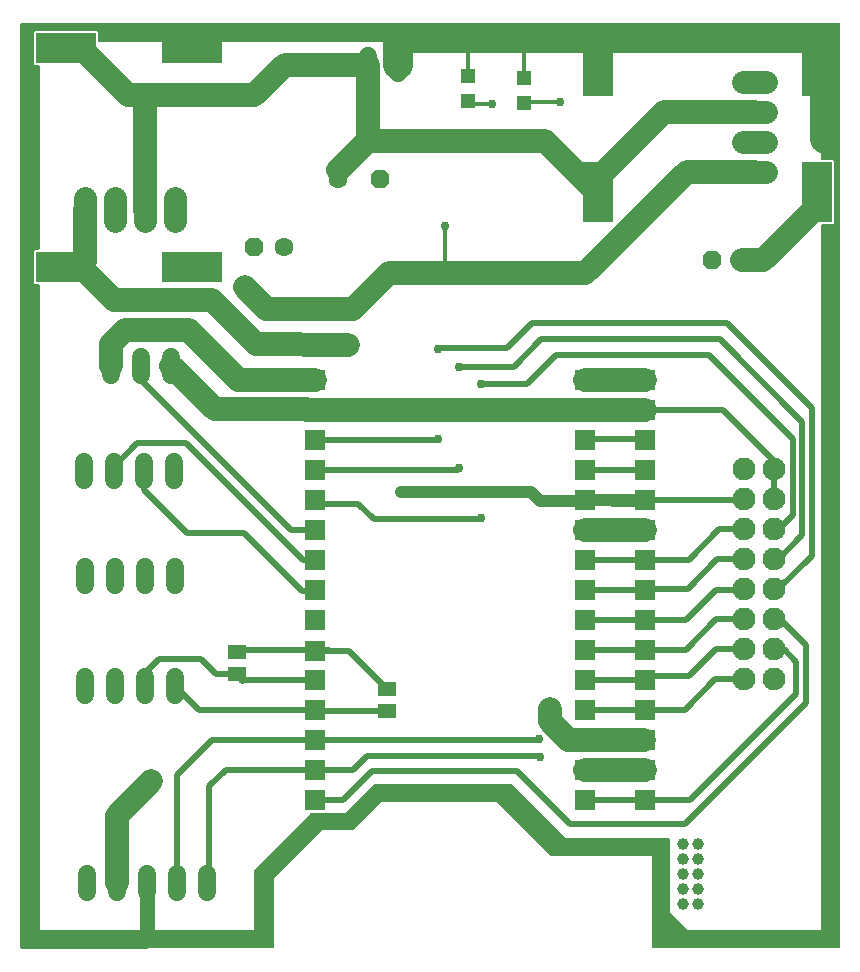
<source format=gbr>
G04 EAGLE Gerber RS-274X export*
G75*
%MOMM*%
%FSLAX36Y36*%
%LPD*%
%INTop Copper*%
%IPPOS*%
%AMOC8*
5,1,8,0,0,1.08239X$1,22.5*%
G01*
%ADD10R,1.778000X1.778000*%
%ADD11C,1.500000*%
%ADD12R,1.500000X1.300000*%
%ADD13R,2.540000X2.540000*%
%ADD14C,1.930400*%
%ADD15C,1.000000*%
%ADD16C,1.930400*%
%ADD17P,1.732040X8X202.500000*%
%ADD18C,1.600200*%
%ADD19P,1.732040X8X22.500000*%
%ADD20R,1.200000X1.200000*%
%ADD21C,2.000000*%
%ADD22C,1.016000*%
%ADD23C,0.508000*%
%ADD24C,2.540000*%
%ADD25C,0.750000*%
%ADD26C,1.270000*%
%ADD27C,0.304800*%
%ADD28C,1.200000*%

G36*
X21653109Y330928D02*
X21653109Y330928D01*
X21654994Y331241D01*
X21656891Y331028D01*
X21667100Y333238D01*
X21677391Y334938D01*
X21679072Y335831D01*
X21680941Y336234D01*
X21689925Y341591D01*
X21699125Y346475D01*
X21700434Y347859D01*
X21702078Y348838D01*
X21708884Y356775D01*
X21716050Y364338D01*
X21716850Y366066D01*
X21718097Y367519D01*
X21722019Y377216D01*
X21726400Y386666D01*
X21726609Y388559D01*
X21727325Y390331D01*
X21729200Y407128D01*
X21729200Y6321041D01*
X25808956Y10400797D01*
X28477394Y10400797D01*
X28486353Y10402263D01*
X28495416Y10402959D01*
X28498441Y10404241D01*
X28501681Y10404772D01*
X28509709Y10409019D01*
X28518075Y10412566D01*
X28521328Y10415166D01*
X28523431Y10416278D01*
X28525678Y10418644D01*
X28531275Y10423116D01*
X30863300Y12755141D01*
X40596697Y12755141D01*
X45178722Y8173116D01*
X45186094Y8167819D01*
X45192994Y8161900D01*
X45196038Y8160669D01*
X45198703Y8158753D01*
X45207391Y8156075D01*
X45215806Y8152672D01*
X45219934Y8152213D01*
X45222222Y8151506D01*
X45225500Y8151591D01*
X45232603Y8150797D01*
X53751041Y8150797D01*
X53780797Y8121041D01*
X53780797Y453134D01*
X53781125Y451138D01*
X53780903Y449138D01*
X53783103Y439047D01*
X53784772Y428847D01*
X53785713Y427066D01*
X53786144Y425094D01*
X53791453Y416219D01*
X53796278Y407097D01*
X53797741Y405706D01*
X53798778Y403972D01*
X53806625Y397263D01*
X53814116Y390144D01*
X53815950Y389291D01*
X53817481Y387981D01*
X53827053Y384125D01*
X53836428Y379763D01*
X53838434Y379538D01*
X53840306Y378784D01*
X53857106Y376934D01*
X69623909Y399459D01*
X69625794Y399772D01*
X69627691Y399559D01*
X69637900Y401769D01*
X69648191Y403469D01*
X69649872Y404363D01*
X69651741Y404766D01*
X69660725Y410122D01*
X69669925Y415006D01*
X69671234Y416391D01*
X69672878Y417369D01*
X69679684Y425306D01*
X69686850Y432869D01*
X69687650Y434597D01*
X69688897Y436050D01*
X69692819Y445747D01*
X69697200Y455197D01*
X69697409Y457091D01*
X69698125Y458863D01*
X69700000Y475659D01*
X69700000Y78623800D01*
X69699681Y78625741D01*
X69699900Y78627691D01*
X69697700Y78637853D01*
X69696025Y78648088D01*
X69695109Y78649816D01*
X69694694Y78651741D01*
X69689359Y78660688D01*
X69684519Y78669838D01*
X69683100Y78671188D01*
X69682091Y78672878D01*
X69674206Y78679641D01*
X69666681Y78686791D01*
X69664897Y78687619D01*
X69663409Y78688897D01*
X69653797Y78692784D01*
X69644369Y78697172D01*
X69642416Y78697391D01*
X69640597Y78698125D01*
X69623800Y78700000D01*
X376197Y78700000D01*
X374256Y78699681D01*
X372306Y78699900D01*
X362144Y78697700D01*
X351909Y78696025D01*
X350181Y78695109D01*
X348256Y78694694D01*
X339309Y78689359D01*
X330159Y78684519D01*
X328809Y78683100D01*
X327119Y78682091D01*
X320356Y78674206D01*
X313206Y78666681D01*
X312378Y78664897D01*
X311100Y78663409D01*
X307213Y78653797D01*
X302825Y78644369D01*
X302606Y78642416D01*
X301872Y78640597D01*
X299997Y78623800D01*
X299997Y376734D01*
X300325Y374738D01*
X300103Y372738D01*
X302303Y362647D01*
X303972Y352447D01*
X304913Y350666D01*
X305344Y348694D01*
X310653Y339819D01*
X315478Y330697D01*
X316941Y329306D01*
X317978Y327572D01*
X325825Y320863D01*
X333316Y313744D01*
X335150Y312891D01*
X336681Y311581D01*
X346253Y307725D01*
X355628Y303363D01*
X357634Y303138D01*
X359506Y302384D01*
X376306Y300534D01*
X21653109Y330928D01*
G37*
%LPC*%
G36*
X1968434Y1923800D02*
X1968434Y1923800D01*
X1923800Y1968434D01*
X1923800Y56493800D01*
X1923481Y56495741D01*
X1923700Y56497691D01*
X1921500Y56507853D01*
X1919825Y56518088D01*
X1918909Y56519816D01*
X1918494Y56521741D01*
X1913159Y56530688D01*
X1908319Y56539838D01*
X1906900Y56541188D01*
X1905891Y56542878D01*
X1898006Y56549641D01*
X1890481Y56556791D01*
X1888697Y56557619D01*
X1887209Y56558897D01*
X1877597Y56562784D01*
X1868169Y56567172D01*
X1866216Y56567391D01*
X1864397Y56568125D01*
X1847600Y56570000D01*
X1535156Y56570000D01*
X1418000Y56687156D01*
X1418000Y59392841D01*
X1535156Y59509997D01*
X1847600Y59509997D01*
X1849541Y59510316D01*
X1851491Y59510097D01*
X1861653Y59512297D01*
X1871888Y59513972D01*
X1873616Y59514888D01*
X1875541Y59515303D01*
X1884488Y59520638D01*
X1893638Y59525478D01*
X1894988Y59526897D01*
X1896678Y59527906D01*
X1903441Y59535791D01*
X1910591Y59543316D01*
X1911419Y59545100D01*
X1912697Y59546588D01*
X1916581Y59556194D01*
X1920972Y59565628D01*
X1921191Y59567581D01*
X1921925Y59569400D01*
X1923800Y59586197D01*
X1923800Y75035800D01*
X1923481Y75037741D01*
X1923700Y75039691D01*
X1921500Y75049853D01*
X1919825Y75060088D01*
X1918909Y75061816D01*
X1918494Y75063741D01*
X1913159Y75072688D01*
X1908319Y75081838D01*
X1906900Y75083188D01*
X1905891Y75084878D01*
X1898006Y75091641D01*
X1890481Y75098791D01*
X1888697Y75099619D01*
X1887209Y75100897D01*
X1877597Y75104784D01*
X1868169Y75109172D01*
X1866216Y75109391D01*
X1864397Y75110125D01*
X1847600Y75112000D01*
X1535156Y75112000D01*
X1418000Y75229156D01*
X1418000Y77934841D01*
X1535156Y78051997D01*
X6780841Y78051997D01*
X6897997Y77934841D01*
X6897997Y77152397D01*
X6898316Y77150456D01*
X6898097Y77148506D01*
X6900297Y77138344D01*
X6901972Y77128109D01*
X6902888Y77126381D01*
X6903303Y77124456D01*
X6908638Y77115509D01*
X6913478Y77106359D01*
X6914897Y77105009D01*
X6915906Y77103319D01*
X6923791Y77096556D01*
X6931316Y77089406D01*
X6933100Y77088578D01*
X6934588Y77087300D01*
X6944200Y77083413D01*
X6953628Y77079025D01*
X6955581Y77078806D01*
X6957400Y77078072D01*
X6974197Y77076197D01*
X68031563Y77076197D01*
X68076197Y77031563D01*
X68076197Y67194197D01*
X68076516Y67192256D01*
X68076297Y67190306D01*
X68078497Y67180144D01*
X68080172Y67169909D01*
X68081088Y67168181D01*
X68081503Y67166256D01*
X68086838Y67157309D01*
X68091678Y67148159D01*
X68093097Y67146809D01*
X68094106Y67145119D01*
X68101991Y67138356D01*
X68109516Y67131206D01*
X68111300Y67130378D01*
X68112788Y67129100D01*
X68122400Y67125213D01*
X68131828Y67120825D01*
X68133781Y67120606D01*
X68135600Y67119872D01*
X68152397Y67117997D01*
X69052841Y67117997D01*
X69169997Y67000841D01*
X69169997Y61755156D01*
X69052841Y61638000D01*
X68152397Y61638000D01*
X68150456Y61637681D01*
X68148506Y61637900D01*
X68138344Y61635700D01*
X68128109Y61634025D01*
X68126381Y61633109D01*
X68124456Y61632694D01*
X68115509Y61627359D01*
X68106359Y61622519D01*
X68105009Y61621100D01*
X68103319Y61620091D01*
X68096556Y61612206D01*
X68089406Y61604681D01*
X68088578Y61602897D01*
X68087300Y61601409D01*
X68083413Y61591797D01*
X68079025Y61582369D01*
X68078806Y61580416D01*
X68078072Y61578597D01*
X68076197Y61561800D01*
X68076197Y1968434D01*
X68031563Y1923800D01*
X56828434Y1923800D01*
X55296769Y3455469D01*
X55296766Y3455472D01*
X55273800Y3478434D01*
X55273663Y9567603D01*
X55273344Y9569541D01*
X55273563Y9571491D01*
X55271363Y9581650D01*
X55269688Y9591888D01*
X55268772Y9593616D01*
X55268356Y9595541D01*
X55263031Y9604472D01*
X55258181Y9613641D01*
X55256759Y9614994D01*
X55255753Y9616678D01*
X55247863Y9623444D01*
X55240341Y9630591D01*
X55238566Y9631416D01*
X55237072Y9632697D01*
X55227434Y9636594D01*
X55218028Y9640972D01*
X55216078Y9641191D01*
X55214259Y9641925D01*
X55197463Y9643800D01*
X46498434Y9643800D01*
X41930753Y14211481D01*
X41923381Y14216778D01*
X41916481Y14222697D01*
X41913438Y14223928D01*
X41910772Y14225844D01*
X41902084Y14228522D01*
X41893669Y14231925D01*
X41889541Y14232384D01*
X41887253Y14233091D01*
X41883975Y14233006D01*
X41876872Y14233800D01*
X30303125Y14233800D01*
X30294166Y14232334D01*
X30285103Y14231638D01*
X30282078Y14230356D01*
X30278838Y14229825D01*
X30270809Y14225578D01*
X30262444Y14222031D01*
X30259191Y14219431D01*
X30257088Y14218319D01*
X30254841Y14215953D01*
X30249244Y14211481D01*
X27815634Y11777872D01*
X24877197Y11777872D01*
X24868238Y11776406D01*
X24859175Y11775709D01*
X24856150Y11774428D01*
X24852909Y11773897D01*
X24844881Y11769650D01*
X24836516Y11766103D01*
X24833263Y11763503D01*
X24831159Y11762391D01*
X24828913Y11760025D01*
X24823316Y11755553D01*
X20078516Y7010753D01*
X20073219Y7003381D01*
X20067300Y6996481D01*
X20066069Y6993438D01*
X20064153Y6990772D01*
X20061475Y6982084D01*
X20058072Y6973669D01*
X20057613Y6969541D01*
X20056906Y6967253D01*
X20056991Y6963975D01*
X20056197Y6956872D01*
X20056197Y1968434D01*
X20011563Y1923800D01*
X1968434Y1923800D01*
G37*
%LPD*%
D10*
X25200000Y25540000D03*
X53140000Y48500000D03*
X25200000Y43420000D03*
X25200000Y40880000D03*
X25200000Y38340000D03*
X25200000Y35800000D03*
X25200000Y33260000D03*
X25200000Y30720000D03*
X25200000Y28180000D03*
X25200000Y48500000D03*
X25200000Y23100000D03*
X25200000Y18020000D03*
X53140000Y35800000D03*
X25200000Y15480000D03*
X25200000Y12940000D03*
X53140000Y12940000D03*
X53140000Y43420000D03*
X53140000Y40880000D03*
X53140000Y38340000D03*
X25200000Y45960000D03*
X53140000Y33260000D03*
X53140000Y30720000D03*
X53140000Y28180000D03*
X53140000Y25640000D03*
X53140000Y23100000D03*
X53140000Y20560000D03*
X53140000Y18020000D03*
X53140000Y45960000D03*
X53140000Y15480000D03*
X25200000Y20560000D03*
X48060000Y45960000D03*
X48060000Y43420000D03*
X48060000Y48500000D03*
X48060000Y40880000D03*
X48060000Y38340000D03*
X48060000Y35800000D03*
X48060000Y33260000D03*
X48060000Y30720000D03*
X48060000Y28180000D03*
X48060000Y25640000D03*
X48060000Y23100000D03*
X48060000Y20560000D03*
X48060000Y18020000D03*
X48060000Y15480000D03*
X48060000Y12940000D03*
D11*
X32230000Y74420000D02*
X32230000Y75920000D01*
X29690000Y75920000D02*
X29690000Y74420000D01*
X10840000Y23320000D02*
X10840000Y21820000D01*
X8300000Y21820000D02*
X8300000Y23320000D01*
X5760000Y23320000D02*
X5760000Y21820000D01*
X13380000Y21820000D02*
X13380000Y23320000D01*
X10800000Y31120000D02*
X10800000Y32620000D01*
X8260000Y32620000D02*
X8260000Y31120000D01*
X5720000Y31120000D02*
X5720000Y32620000D01*
X13340000Y32620000D02*
X13340000Y31120000D01*
X10980000Y6610000D02*
X10980000Y5110000D01*
X8440000Y5110000D02*
X8440000Y6610000D01*
X5900000Y6610000D02*
X5900000Y5110000D01*
X13520000Y5110000D02*
X13520000Y6610000D01*
X16060000Y6610000D02*
X16060000Y5110000D01*
X10760000Y40020000D02*
X10760000Y41520000D01*
X8220000Y41520000D02*
X8220000Y40020000D01*
X5680000Y40020000D02*
X5680000Y41520000D01*
X13300000Y41520000D02*
X13300000Y40020000D01*
D12*
X31340000Y20430000D03*
X31340000Y22330000D03*
X18640000Y23550000D03*
X18640000Y25450000D03*
D13*
X49158000Y76316000D03*
X49158000Y73776000D03*
X49158000Y65648000D03*
X49158000Y63108000D03*
X67700000Y63108000D03*
X67700000Y65648000D03*
X67700000Y73776000D03*
X67700000Y76316000D03*
X16096000Y76582000D03*
X13556000Y76582000D03*
X5428000Y76582000D03*
X2888000Y76582000D03*
X2888000Y58040000D03*
X5428000Y58040000D03*
X13556000Y58040000D03*
X16096000Y58040000D03*
D14*
X61494800Y73720000D02*
X63425200Y73720000D01*
X63425200Y71180000D02*
X61494800Y71180000D01*
X61494800Y68640000D02*
X63425200Y68640000D01*
X63425200Y66100000D02*
X61494800Y66100000D01*
X13420000Y63835200D02*
X13420000Y61904800D01*
X10880000Y61904800D02*
X10880000Y63835200D01*
X8340000Y63835200D02*
X8340000Y61904800D01*
X5800000Y61904800D02*
X5800000Y63835200D01*
D11*
X13080000Y50420000D02*
X13080000Y48920000D01*
X10540000Y48920000D02*
X10540000Y50420000D01*
X8000000Y50420000D02*
X8000000Y48920000D01*
D15*
X57620000Y4080000D03*
X56350000Y4080000D03*
X57620000Y5350000D03*
X56350000Y5350000D03*
X57620000Y6620000D03*
X56350000Y6620000D03*
X57620000Y7890000D03*
X56350000Y7890000D03*
X57620000Y9160000D03*
X56350000Y9160000D03*
D16*
X61530000Y23110000D03*
X64070000Y23110000D03*
X61530000Y25650000D03*
X64070000Y25650000D03*
X61530000Y28190000D03*
X64070000Y28190000D03*
X61530000Y30730000D03*
X64070000Y30730000D03*
X61530000Y33270000D03*
X64070000Y33270000D03*
X61530000Y35810000D03*
X64070000Y35810000D03*
X61530000Y38350000D03*
X64070000Y38350000D03*
X61530000Y40890000D03*
X64070000Y40890000D03*
D17*
X58830000Y58600000D03*
D18*
X61370000Y58600000D03*
D17*
X20030000Y59700000D03*
D18*
X22570000Y59700000D03*
D19*
X30778000Y65500000D03*
D18*
X27222000Y65500000D03*
D20*
X38160000Y74220000D03*
X38160000Y72120000D03*
X42930000Y74040000D03*
X42930000Y71940000D03*
D21*
X24520000Y45980000D02*
X16770000Y45980000D01*
X13080000Y49670000D01*
X24540000Y45960000D02*
X25200000Y45960000D01*
D22*
X24540000Y45960000D02*
X24520000Y45980000D01*
D23*
X53140000Y45960000D02*
X59740000Y45960000D01*
X64020000Y41680000D01*
X64070000Y40890000D02*
X64070000Y38350000D01*
X64070000Y40890000D02*
X64020000Y40940000D01*
X64020000Y41680000D01*
D24*
X32230000Y75170000D02*
X32300000Y75240000D01*
X32300000Y77430000D01*
X37980000Y77430000D01*
X42660000Y77430000D01*
X68400000Y77430000D01*
X68430000Y77400000D01*
X68430000Y68900000D01*
D25*
X1000000Y70100000D03*
X1000000Y65100000D03*
X1000000Y60000000D03*
X1000000Y55000000D03*
X1000000Y50000000D03*
X1000000Y45000000D03*
X1000000Y40000000D03*
X1000000Y35000000D03*
X1000000Y30000000D03*
X1000000Y25000000D03*
X1000000Y20000000D03*
X1000000Y15000000D03*
X1000000Y10000000D03*
X1000000Y5000000D03*
X1200000Y1200000D03*
X1000000Y75100000D03*
X5000000Y1000000D03*
X10000000Y1000000D03*
X15000000Y1000000D03*
X20270000Y1090000D03*
X42100000Y12790000D03*
X43950000Y11260000D03*
X45800000Y9280000D03*
X50620000Y8830000D03*
X54270000Y8830000D03*
X54500000Y6220000D03*
X55000000Y1000000D03*
X60000000Y1000000D03*
X65000000Y1000000D03*
X10000000Y77900000D03*
X20000000Y77900000D03*
X25000000Y77900000D03*
X30000000Y77900000D03*
X35000000Y77900000D03*
X40000000Y77900000D03*
X45000000Y77900000D03*
X50000000Y77900000D03*
X55000000Y77900000D03*
X60000000Y77900000D03*
X65000000Y77900000D03*
X68900000Y71600000D03*
X68900000Y67800000D03*
X69000000Y59900000D03*
X69000000Y54900000D03*
X69000000Y49900000D03*
X69000000Y44900000D03*
X69000000Y39900000D03*
X69000000Y34900000D03*
X69000000Y29900000D03*
X69000000Y24900000D03*
X69000000Y19900000D03*
X69000000Y14900000D03*
X69000000Y9900000D03*
X69000000Y4900000D03*
X68800000Y1200000D03*
X20810000Y6310000D03*
X24050000Y9910000D03*
X28910000Y11890000D03*
X31970000Y13510000D03*
X35660000Y13510000D03*
X39530000Y13510000D03*
D21*
X48060000Y35800000D02*
X53140000Y35800000D01*
X53140000Y45960000D02*
X48060000Y45960000D01*
X25200000Y45960000D01*
D26*
X10980000Y5860000D02*
X10980000Y1350000D01*
X10620000Y990000D01*
X10610000Y1000000D01*
X10000000Y1000000D01*
D27*
X38160000Y74220000D02*
X38160000Y77250000D01*
X37980000Y77430000D01*
X42930000Y76590000D02*
X42930000Y74040000D01*
X42930000Y76590000D02*
X43110000Y76770000D01*
X42660000Y77220000D01*
X42660000Y77430000D01*
D21*
X9430000Y72580000D02*
X5428000Y76582000D01*
D22*
X2888000Y76582000D01*
X49158000Y64242000D02*
X49158000Y63108000D01*
D21*
X49258000Y65648000D02*
X54790000Y71180000D01*
D22*
X49258000Y65648000D02*
X49158000Y65648000D01*
D21*
X54790000Y71180000D02*
X62460000Y71180000D01*
X10880000Y72580000D02*
X9430000Y72580000D01*
X10880000Y72580000D02*
X20110000Y72580000D01*
X22700000Y75170000D02*
X29690000Y75170000D01*
X22700000Y75170000D02*
X20110000Y72580000D01*
X10880000Y72580000D02*
X10880000Y62870000D01*
D26*
X49158000Y63108000D02*
X49158000Y65648000D01*
D21*
X29690000Y68720000D02*
X29690000Y75170000D01*
X29690000Y68720000D02*
X27222000Y66252000D01*
D22*
X27222000Y65500000D01*
D21*
X29690000Y68720000D02*
X44680000Y68720000D01*
X49158000Y64242000D01*
X5800000Y62870000D02*
X5800000Y58412000D01*
D22*
X5428000Y58040000D01*
X2888000Y58040000D01*
D21*
X5428000Y58040000D02*
X8227863Y55240138D01*
D22*
X28020000Y51440000D02*
X28040416Y51450416D01*
D21*
X20260159Y51469841D01*
X16489863Y55240138D01*
X8227863Y55240138D01*
D28*
X28020000Y51440000D03*
D21*
X56700000Y66100000D02*
X62460000Y66100000D01*
X56700000Y66100000D02*
X48100000Y57500000D01*
X39500000Y57500000D01*
D28*
X39500000Y57500000D03*
D21*
X37890000Y57500000D01*
X36180000Y57500000D01*
X31473106Y57500000D01*
X28473106Y54500000D01*
X21080000Y54500000D01*
X19280000Y56300000D01*
D28*
X19280000Y56300000D03*
D21*
X61370000Y58600000D02*
X63192000Y58600000D01*
X67700000Y63108000D01*
D28*
X11340000Y14490000D03*
D21*
X8440000Y11590000D01*
X8440000Y5860000D01*
D27*
X37890000Y57500000D02*
X37620000Y57770000D01*
D25*
X36270000Y61470000D03*
D27*
X36270000Y57590000D01*
X36180000Y57500000D01*
D25*
X32500000Y39000000D03*
D22*
X50500000Y38200000D02*
X53000000Y38200000D01*
X53140000Y38340000D01*
D21*
X8000000Y49670000D02*
X8000000Y51500000D01*
X9170000Y52670000D01*
X14560000Y52670000D01*
X18730000Y48500000D01*
D23*
X25200000Y25540000D02*
X26410000Y25600000D01*
X18790000Y25600000D01*
X18640000Y25450000D01*
X28130000Y25540000D02*
X31340000Y22330000D01*
X28130000Y25540000D02*
X25200000Y25540000D01*
X53140000Y38340000D02*
X61520000Y38340000D01*
X61530000Y38350000D01*
D21*
X25200000Y48500000D02*
X18730000Y48500000D01*
D22*
X32500000Y39000000D02*
X43530000Y39000000D01*
X44280000Y38250000D01*
X47970000Y38250000D01*
X48060000Y38340000D01*
X52860000Y38340000D01*
X53000000Y38200000D01*
D21*
X53140000Y48500000D02*
X48060000Y48500000D01*
D23*
X25200000Y20560000D02*
X15390000Y20560000D01*
X13380000Y22570000D01*
X26600000Y20430000D02*
X31340000Y20430000D01*
X26600000Y20430000D02*
X25200000Y20560000D01*
X12000000Y24800000D02*
X10840000Y23640000D01*
X10840000Y22570000D01*
X16840000Y23550000D02*
X18640000Y23550000D01*
X16840000Y23550000D02*
X15590000Y24800000D01*
X12000000Y24800000D01*
X18640000Y23450000D02*
X19090000Y23000000D01*
X18640000Y23450000D02*
X18640000Y23550000D01*
X19190000Y23100000D02*
X25200000Y23100000D01*
X19190000Y23100000D02*
X19090000Y23000000D01*
X23210000Y35800000D02*
X10540000Y48470000D01*
X10540000Y49670000D01*
X23210000Y35800000D02*
X25200000Y35800000D01*
X13520000Y15020000D02*
X13520000Y5860000D01*
X13520000Y15020000D02*
X16520000Y18020000D01*
X25200000Y18020000D01*
X44160000Y18020000D02*
X44240000Y18100000D01*
X44160000Y18020000D02*
X25200000Y18020000D01*
D25*
X44240000Y18100000D03*
D23*
X16300000Y6100000D02*
X16060000Y5860000D01*
X16300000Y6100000D02*
X16300000Y14120000D01*
X17660000Y15480000D01*
X25200000Y15480000D01*
X44190000Y16650000D02*
X44270000Y16570000D01*
X44190000Y16650000D02*
X29620000Y16650000D01*
X28450000Y15480000D01*
X25200000Y15480000D01*
D25*
X44270000Y16570000D03*
D23*
X10760000Y39140000D02*
X10760000Y40770000D01*
X10760000Y39140000D02*
X14400000Y35500000D01*
X19200000Y35500000D01*
X24100000Y30600000D01*
X25080000Y30600000D01*
X25200000Y30720000D01*
X8220000Y40770000D02*
X8220000Y41120000D01*
X10200000Y43100000D01*
X14300000Y43100000D01*
X24200000Y33200000D01*
X25140000Y33200000D02*
X25200000Y33260000D01*
X25140000Y33200000D02*
X24200000Y33200000D01*
X53140000Y33260000D02*
X56860000Y33260000D01*
X59410000Y35810000D01*
X61530000Y35810000D01*
X53140000Y33260000D02*
X48060000Y33260000D01*
X53140000Y12940000D02*
X53180000Y12900000D01*
X57000000Y12900000D02*
X66000000Y21900000D01*
X66000000Y24600000D01*
X53460000Y12900000D02*
X53180000Y12900000D01*
X53460000Y12900000D02*
X57000000Y12900000D01*
X66000000Y24600000D02*
X64950000Y25650000D01*
X64070000Y25650000D01*
X53420000Y12940000D02*
X48060000Y12940000D01*
X53420000Y12940000D02*
X53460000Y12900000D01*
X42320000Y15370000D02*
X30070000Y15370000D01*
X27640000Y12940000D01*
X25200000Y12940000D01*
X56600000Y10900000D02*
X66800000Y21100000D01*
X66800000Y26000000D01*
X64610000Y28190000D01*
X64070000Y28190000D01*
X46790000Y10900000D02*
X42320000Y15370000D01*
X46790000Y10900000D02*
X56600000Y10900000D01*
X30200000Y36700000D02*
X28900000Y38000000D01*
X30200000Y36700000D02*
X39290000Y36700000D01*
X39290000Y36780000D01*
D25*
X39290000Y36780000D03*
X39280000Y48110000D03*
D23*
X43170000Y48110000D02*
X45660000Y50600000D01*
X43170000Y48110000D02*
X39280000Y48110000D01*
X58600000Y50600000D02*
X65700000Y43500000D01*
X65700000Y37000000D01*
X58600000Y50600000D02*
X45660000Y50600000D01*
X64710000Y36010000D02*
X65700000Y37000000D01*
X64270000Y36010000D02*
X64070000Y35810000D01*
X64270000Y36010000D02*
X64710000Y36010000D01*
X25540000Y38000000D02*
X25200000Y38340000D01*
X25540000Y38000000D02*
X28900000Y38000000D01*
D25*
X37450000Y40980000D03*
X37450000Y49600000D03*
D23*
X42100000Y49600000D01*
X44400000Y51900000D01*
X59500000Y51900000D02*
X66500000Y44900000D01*
X66500000Y35300000D01*
X59500000Y51900000D02*
X44400000Y51900000D01*
X64450000Y33250000D02*
X66500000Y35300000D01*
X64450000Y33250000D02*
X64090000Y33250000D01*
X64070000Y33270000D01*
X37350000Y40880000D02*
X25200000Y40880000D01*
X37350000Y40880000D02*
X37450000Y40980000D01*
D25*
X35630000Y43490000D03*
X35610000Y51110000D03*
D23*
X41470022Y51170022D02*
X43600000Y53300000D01*
X60100000Y53300000D01*
X41470022Y51170022D02*
X35670022Y51170022D01*
X35610000Y51110000D01*
X67300000Y46100000D02*
X67300000Y33600000D01*
X67300000Y46100000D02*
X60100000Y53300000D01*
X64070000Y30730000D02*
X64430000Y30730000D01*
X67300000Y33600000D01*
X35560000Y43420000D02*
X25200000Y43420000D01*
X35560000Y43420000D02*
X35630000Y43490000D01*
X53140000Y20560000D02*
X56560000Y20560000D01*
X59110000Y23110000D01*
X61530000Y23110000D01*
X53140000Y20560000D02*
X48060000Y20560000D01*
X53140000Y23100000D02*
X53440000Y23400000D01*
X56900000Y23400000D01*
X59200000Y25700000D01*
X61480000Y25700000D01*
X61530000Y25650000D01*
X53140000Y23100000D02*
X48060000Y23100000D01*
X53140000Y25640000D02*
X53550000Y25640000D01*
X56640000Y25640000D01*
X59200000Y28200000D01*
X61440000Y28200000D01*
X61450000Y28190000D02*
X61530000Y28190000D01*
X61450000Y28190000D02*
X61440000Y28200000D01*
X53140000Y25640000D02*
X48060000Y25640000D01*
X53140000Y28180000D02*
X56680000Y28180000D01*
X59200000Y30700000D01*
X61500000Y30700000D01*
X61530000Y30730000D01*
X53140000Y28180000D02*
X48060000Y28180000D01*
X53220000Y30800000D02*
X56800000Y30800000D01*
X59300000Y33300000D01*
X61500000Y33300000D01*
X61530000Y33270000D01*
X53140000Y30720000D02*
X48060000Y30720000D01*
X53140000Y30720000D02*
X53220000Y30800000D01*
D21*
X53140000Y15480000D02*
X48060000Y15480000D01*
D28*
X45140000Y20600000D03*
D21*
X50990000Y17990000D02*
X53110000Y17990000D01*
D22*
X53140000Y18020000D01*
D21*
X45140000Y19570000D02*
X45140000Y20600000D01*
X46690000Y18020000D02*
X48060000Y18020000D01*
X46690000Y18020000D02*
X45140000Y19570000D01*
X48060000Y18020000D02*
X53080000Y18020000D01*
X53110000Y17990000D01*
D23*
X53190000Y43470000D02*
X48510000Y43470000D01*
X48510000Y40860000D02*
X52830000Y40860000D01*
D25*
X40230000Y71820000D03*
D27*
X38460000Y71820000D01*
X38160000Y72120000D01*
D25*
X45990000Y72000000D03*
D27*
X42990000Y72000000D01*
X42930000Y71940000D01*
M02*

</source>
